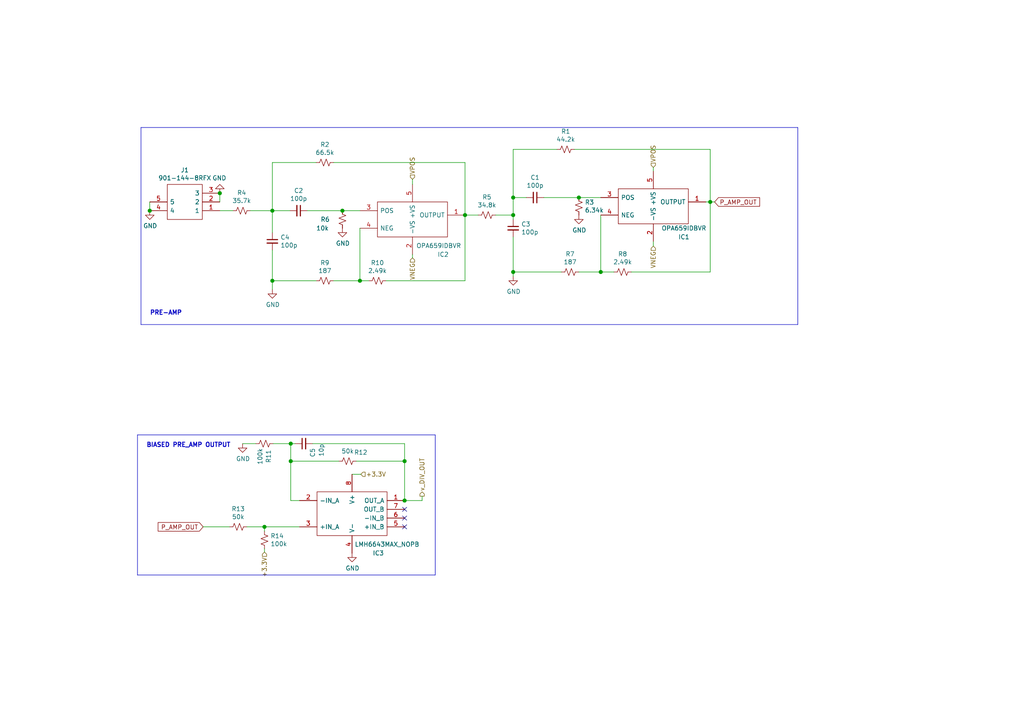
<source format=kicad_sch>
(kicad_sch (version 20200828) (generator eeschema)
  (page 3 6)
  (paper "A4")
  (title_block (title "90 - 150KHz 40dB band pass pre-amp"))
  (lib_symbols
    (symbol "Device:C_Small" (pin_numbers hide) (pin_names (offset 0.254) hide)
      (property "Reference" "C" (at 0.254 1.778 0))
      (property "Value" "C_Small" (at 0.254 -2.032 0))
      (symbol "C_Small_0_1"
        (polyline (pts (xy -1.524 -0.508) (xy 1.524 -0.508)) (stroke (width 0.3302)))
        (polyline (pts (xy -1.524 0.508) (xy 1.524 0.508)) (stroke (width 0.3048)))
      )
      (symbol "C_Small_1_1"
        (pin passive line (at 0 2.54 270) (length 2.032) (name "~") (number "1"))
        (pin passive line (at 0 -2.54 90) (length 2.032) (name "~") (number "2"))
      )
    )
    (symbol "Device:R_Small_US" (pin_numbers hide) (pin_names (offset 0.254) hide)
      (property "Reference" "R" (at 0.762 0.508 0))
      (property "Value" "R_Small_US" (at 0.762 -1.016 0))
      (symbol "R_Small_US_1_1"
        (polyline (pts (xy 0 0) (xy 1.016 -0.381) (xy 0 -0.762) (xy -1.016 -1.143) (xy 0 -1.524)))
        (polyline (pts (xy 0 1.524) (xy 1.016 1.143) (xy 0 0.762) (xy -1.016 0.381) (xy 0 0)))
        (pin passive line (at 0 2.54 270) (length 1.016) (name "~") (number "1"))
        (pin passive line (at 0 -2.54 90) (length 1.016) (name "~") (number "2"))
      )
    )
    (symbol "SamacSys_Parts:901-144-8RFX" (pin_names (offset 0.762))
      (property "Reference" "J" (at 16.51 7.62 0))
      (property "Value" "901-144-8RFX" (at 16.51 5.08 0))
      (symbol "901-144-8RFX_0_1"
        (polyline (pts (xy 5.08 2.54) (xy 15.24 2.54) (xy 15.24 -7.62) (xy 5.08 -7.62) (xy 5.08 2.54)) (stroke (width 0.1524)))
      )
      (symbol "901-144-8RFX_0_0"
        (pin passive line (at 0 0 0) (length 5.08) (name "1") (number "1"))
        (pin passive line (at 0 -2.54 0) (length 5.08) (name "2") (number "2"))
        (pin passive line (at 0 -5.08 0) (length 5.08) (name "3") (number "3"))
        (pin passive line (at 20.32 0 180) (length 5.08) (name "4") (number "4"))
        (pin passive line (at 20.32 -2.54 180) (length 5.08) (name "5") (number "5"))
      )
    )
    (symbol "SamacSys_Parts:LMH6643MAX_NOPB" (pin_names (offset 0.762))
      (property "Reference" "IC" (at 26.67 7.62 0))
      (property "Value" "LMH6643MAX_NOPB" (at 26.67 5.08 0))
      (symbol "LMH6643MAX_NOPB_0_1"
        (polyline (pts (xy 5.08 2.54) (xy 25.4 2.54) (xy 25.4 -10.16) (xy 5.08 -10.16) (xy 5.08 2.54)) (stroke (width 0.1524)))
      )
      (symbol "LMH6643MAX_NOPB_0_0"
        (pin unspecified line (at 30.48 0 180) (length 5.08) (name "OUT_A") (number "1"))
        (pin unspecified line (at 0 0 0) (length 5.08) (name "-IN_A") (number "2"))
        (pin unspecified line (at 0 -7.62 0) (length 5.08) (name "+IN_A") (number "3"))
        (pin unspecified line (at 15.24 -15.24 90) (length 5.08) (name "V-") (number "4"))
        (pin unspecified line (at 30.48 -7.62 180) (length 5.08) (name "+IN_B") (number "5"))
        (pin unspecified line (at 30.48 -5.08 180) (length 5.08) (name "-IN_B") (number "6"))
        (pin unspecified line (at 30.48 -2.54 180) (length 5.08) (name "OUT_B") (number "7"))
        (pin unspecified line (at 15.24 7.62 270) (length 5.08) (name "V+") (number "8"))
      )
    )
    (symbol "SamacSys_Parts:OPA659IDBVR" (pin_names (offset 0.762))
      (property "Reference" "IC" (at 26.67 7.62 0))
      (property "Value" "OPA659IDBVR" (at 26.67 5.08 0))
      (symbol "OPA659IDBVR_0_1"
        (polyline (pts (xy 5.08 2.54) (xy 25.4 2.54) (xy 25.4 -7.62) (xy 5.08 -7.62) (xy 5.08 2.54)) (stroke (width 0.1524)))
      )
      (symbol "OPA659IDBVR_0_0"
        (pin passive line (at 30.48 -1.27 180) (length 5.08) (name "OUTPUT") (number "1"))
        (pin passive line (at 15.24 -12.7 90) (length 5.08) (name "-VS") (number "2"))
        (pin passive line (at 0 0 0) (length 5.08) (name "POS") (number "3"))
        (pin passive line (at 0 -5.08 0) (length 5.08) (name "NEG") (number "4"))
        (pin passive line (at 15.24 7.62 270) (length 5.08) (name "+VS") (number "5"))
      )
    )
    (symbol "power:GND" (power) (pin_names (offset 0))
      (property "Value" "GND" (at 0 -3.81 0))
      (symbol "GND_0_1"
        (polyline (pts (xy 0 0) (xy 0 -1.27) (xy 1.27 -1.27) (xy 0 -2.54) (xy -1.27 -1.27) (xy 0 -1.27)))
      )
      (symbol "GND_1_1"
        (pin power_in line (at 0 0 270) (length 0) hide (name "GND") (number "1"))
      )
    )
  )
  (junction (at 43.434 61.1124) (diameter 1.016))
  (junction (at 63.754 56.0324) (diameter 1.016))
  (junction (at 76.708 152.8064) (diameter 1.016))
  (junction (at 78.994 61.1124) (diameter 1.016))
  (junction (at 78.994 81.4324) (diameter 1.016))
  (junction (at 84.328 128.6764) (diameter 1.016))
  (junction (at 84.328 133.7564) (diameter 1.016))
  (junction (at 99.314 61.1124) (diameter 1.016))
  (junction (at 104.394 81.4324) (diameter 1.016))
  (junction (at 117.348 133.7564) (diameter 1.016))
  (junction (at 117.348 145.1864) (diameter 1.016))
  (junction (at 134.874 62.3824) (diameter 1.016))
  (junction (at 148.844 57.3024) (diameter 1.016))
  (junction (at 148.844 62.3824) (diameter 1.016))
  (junction (at 148.844 78.8924) (diameter 1.016))
  (junction (at 167.894 57.3024) (diameter 1.016))
  (junction (at 174.244 78.8924) (diameter 1.016))
  (junction (at 205.994 58.5724) (diameter 1.016))
  (no_connect (at 117.348 147.7264))
  (no_connect (at 117.348 150.2664))
  (no_connect (at 117.348 152.8064))
  (wire (pts (xy 43.434 58.5724) (xy 43.434 61.1124)))
  (wire (pts (xy 63.754 56.0324) (xy 63.754 58.5724)))
  (wire (pts (xy 63.754 61.1124) (xy 67.564 61.1124)))
  (wire (pts (xy 66.548 152.8064) (xy 58.928 152.8064)))
  (wire (pts (xy 71.628 152.8064) (xy 76.708 152.8064)))
  (wire (pts (xy 72.644 61.1124) (xy 78.994 61.1124)))
  (wire (pts (xy 74.168 128.6764) (xy 70.358 128.6764)))
  (wire (pts (xy 76.708 152.8064) (xy 76.708 154.0764)))
  (wire (pts (xy 76.708 159.1564) (xy 76.708 160.1216)))
  (wire (pts (xy 78.994 47.1424) (xy 78.994 61.1124)))
  (wire (pts (xy 78.994 61.1124) (xy 78.994 67.4624)))
  (wire (pts (xy 78.994 61.1124) (xy 84.074 61.1124)))
  (wire (pts (xy 78.994 72.5424) (xy 78.994 81.4324)))
  (wire (pts (xy 78.994 81.4324) (xy 78.994 83.9724)))
  (wire (pts (xy 79.248 128.6764) (xy 84.328 128.6764)))
  (wire (pts (xy 84.328 128.6764) (xy 84.328 133.7564)))
  (wire (pts (xy 84.328 128.6764) (xy 85.598 128.6764)))
  (wire (pts (xy 84.328 133.7564) (xy 84.328 145.1864)))
  (wire (pts (xy 84.328 145.1864) (xy 86.868 145.1864)))
  (wire (pts (xy 86.868 152.8064) (xy 76.708 152.8064)))
  (wire (pts (xy 89.154 61.1124) (xy 99.314 61.1124)))
  (wire (pts (xy 90.678 128.6764) (xy 117.348 128.6764)))
  (wire (pts (xy 91.694 47.1424) (xy 78.994 47.1424)))
  (wire (pts (xy 91.694 81.4324) (xy 78.994 81.4324)))
  (wire (pts (xy 96.774 47.1424) (xy 134.874 47.1424)))
  (wire (pts (xy 96.774 81.4324) (xy 104.394 81.4324)))
  (wire (pts (xy 98.298 133.7564) (xy 84.328 133.7564)))
  (wire (pts (xy 99.314 61.1124) (xy 104.394 61.1124)))
  (wire (pts (xy 102.108 137.5664) (xy 104.648 137.5664)))
  (wire (pts (xy 103.378 133.7564) (xy 117.348 133.7564)))
  (wire (pts (xy 104.394 66.1924) (xy 104.394 81.4324)))
  (wire (pts (xy 104.394 81.4324) (xy 106.934 81.4324)))
  (wire (pts (xy 112.014 81.4324) (xy 134.874 81.4324)))
  (wire (pts (xy 117.348 128.6764) (xy 117.348 133.7564)))
  (wire (pts (xy 117.348 133.7564) (xy 117.348 145.1864)))
  (wire (pts (xy 119.634 52.0192) (xy 119.634 53.4924)))
  (wire (pts (xy 119.634 73.8124) (xy 119.634 74.7776)))
  (wire (pts (xy 122.428 143.9164) (xy 122.428 145.1864)))
  (wire (pts (xy 122.428 145.1864) (xy 117.348 145.1864)))
  (wire (pts (xy 134.874 47.1424) (xy 134.874 62.3824)))
  (wire (pts (xy 134.874 81.4324) (xy 134.874 62.3824)))
  (wire (pts (xy 138.684 62.3824) (xy 134.874 62.3824)))
  (wire (pts (xy 143.764 62.3824) (xy 148.844 62.3824)))
  (wire (pts (xy 148.844 43.3324) (xy 148.844 57.3024)))
  (wire (pts (xy 148.844 57.3024) (xy 148.844 62.3824)))
  (wire (pts (xy 148.844 62.3824) (xy 148.844 63.6524)))
  (wire (pts (xy 148.844 68.7324) (xy 148.844 78.8924)))
  (wire (pts (xy 148.844 78.8924) (xy 148.844 80.1624)))
  (wire (pts (xy 148.844 78.8924) (xy 162.814 78.8924)))
  (wire (pts (xy 152.654 57.3024) (xy 148.844 57.3024)))
  (wire (pts (xy 157.734 57.3024) (xy 167.894 57.3024)))
  (wire (pts (xy 161.544 43.3324) (xy 148.844 43.3324)))
  (wire (pts (xy 166.624 43.3324) (xy 205.994 43.3324)))
  (wire (pts (xy 167.894 57.3024) (xy 174.244 57.3024)))
  (wire (pts (xy 167.894 78.8924) (xy 174.244 78.8924)))
  (wire (pts (xy 174.244 62.3824) (xy 174.244 78.8924)))
  (wire (pts (xy 174.244 78.8924) (xy 178.054 78.8924)))
  (wire (pts (xy 183.134 78.8924) (xy 205.994 78.8924)))
  (wire (pts (xy 189.484 48.5648) (xy 189.484 49.6824)))
  (wire (pts (xy 189.484 70.0024) (xy 189.484 71.374)))
  (wire (pts (xy 204.724 58.5724) (xy 205.994 58.5724)))
  (wire (pts (xy 205.994 43.3324) (xy 205.994 58.5724)))
  (wire (pts (xy 205.994 58.5724) (xy 207.264 58.5724)))
  (wire (pts (xy 205.994 78.8924) (xy 205.994 58.5724)))
  (polyline (pts (xy 39.878 126.1364) (xy 39.878 166.7764)) (stroke (width 0) (type solid)))
  (polyline (pts (xy 39.878 166.7764) (xy 126.238 166.7764)) (stroke (width 0) (type solid)))
  (polyline (pts (xy 40.894 36.9824) (xy 40.894 94.1324)) (stroke (width 0) (type solid)))
  (polyline (pts (xy 40.894 94.1324) (xy 231.394 94.1324)) (stroke (width 0) (type solid)))
  (polyline (pts (xy 126.238 126.1364) (xy 39.878 126.1364)) (stroke (width 0) (type solid)))
  (polyline (pts (xy 126.238 166.7764) (xy 126.238 126.1364)) (stroke (width 0) (type solid)))
  (polyline (pts (xy 231.394 36.9824) (xy 40.894 36.9824)) (stroke (width 0) (type solid)))
  (polyline (pts (xy 231.394 94.1324) (xy 231.394 36.9824)) (stroke (width 0) (type solid)))
  (text "BIASED PRE_AMP OUTPUT" (at 42.418 129.9464 0) (effects (font (size 1.27 1.27) (thickness 0.254) bold) (justify left bottom)))
  (text "PRE-AMP\n" (at 43.434 91.5924 0) (effects (font (size 1.27 1.27) (thickness 0.254) bold) (justify left bottom)))
  (global_label "P_AMP_OUT" (shape input) (at 58.928 152.8064 180))
  (global_label "P_AMP_OUT" (shape input) (at 207.264 58.5724 0))
  (hierarchical_label "+3.3V" (shape input) (at 76.708 160.1216 270))
  (hierarchical_label "+3.3V" (shape input) (at 104.648 137.5664 0))
  (hierarchical_label "VPOS" (shape input) (at 119.634 52.0192 90))
  (hierarchical_label "VNEG" (shape input) (at 119.634 74.7776 270))
  (hierarchical_label "v_DIV_OUT" (shape output) (at 122.428 143.9164 90))
  (hierarchical_label "VPOS" (shape input) (at 189.484 48.5648 90))
  (hierarchical_label "VNEG" (shape input) (at 189.484 71.374 270))
  (symbol (lib_id "power:GND") (at 43.434 61.1124 0) (unit 1)
    (property "Reference" "#PWR0105" (effects hide))
    (property "Value" "GND" (at 43.561 65.5066 0))
  )
  (symbol (lib_id "power:GND") (at 63.754 56.0324 180) (unit 1)
    (property "Reference" "#PWR0106" (effects hide))
    (property "Value" "GND" (at 63.627 51.6382 0))
  )
  (symbol (lib_id "power:GND") (at 70.358 128.6764 0) (unit 1)
    (property "Reference" "#PWR0101" (effects hide))
    (property "Value" "GND" (at 70.485 133.0706 0))
  )
  (symbol (lib_id "power:GND") (at 78.994 83.9724 0) (unit 1)
    (property "Reference" "#PWR0107" (effects hide))
    (property "Value" "GND" (at 79.121 88.3666 0))
  )
  (symbol (lib_id "power:GND") (at 99.314 66.1924 0) (unit 1)
    (property "Reference" "#PWR0104" (effects hide))
    (property "Value" "GND" (at 99.441 70.5866 0))
  )
  (symbol (lib_id "power:GND") (at 102.108 160.4264 0) (unit 1)
    (property "Reference" "#PWR0102" (effects hide))
    (property "Value" "GND" (at 102.235 164.8206 0))
  )
  (symbol (lib_id "power:GND") (at 148.844 80.1624 0) (unit 1)
    (property "Reference" "#PWR0103" (effects hide))
    (property "Value" "GND" (at 148.971 84.5566 0))
  )
  (symbol (lib_id "power:GND") (at 167.894 62.3824 0) (unit 1)
    (property "Reference" "#PWR0108" (effects hide))
    (property "Value" "GND" (at 168.021 66.7766 0))
  )
  (symbol (lib_id "Device:R_Small_US") (at 69.088 152.8064 270) (unit 1)
    (property "Reference" "R13" (at 69.088 147.5994 90))
    (property "Value" "50k" (at 69.088 149.9108 90))
    (property "Footprint" "Resistor_SMD:R_0603_1608Metric" (effects hide))
  )
  (symbol (lib_id "Device:R_Small_US") (at 70.104 61.1124 270) (unit 1)
    (property "Reference" "R4" (at 70.104 55.9054 90))
    (property "Value" "35.7k" (at 70.104 58.2168 90))
    (property "Footprint" "Resistor_SMD:R_0402_1005Metric" (effects hide))
  )
  (symbol (lib_id "Device:R_Small_US") (at 76.708 128.6764 90) (unit 1)
    (property "Reference" "R11" (at 77.8764 130.4036 0) (effects (justify right)))
    (property "Value" "100k" (at 75.438 129.9464 0) (effects (justify right)))
    (property "Footprint" "Resistor_SMD:R_0603_1608Metric" (effects hide))
  )
  (symbol (lib_id "Device:R_Small_US") (at 76.708 156.6164 180) (unit 1)
    (property "Reference" "R14" (at 78.4352 155.448 0) (effects (justify right)))
    (property "Value" "100k" (at 78.4352 157.7594 0) (effects (justify right)))
    (property "Footprint" "Resistor_SMD:R_0603_1608Metric" (effects hide))
  )
  (symbol (lib_id "Device:R_Small_US") (at 94.234 47.1424 270) (unit 1)
    (property "Reference" "R2" (at 94.234 41.9354 90))
    (property "Value" "66.5k" (at 94.234 44.2468 90))
    (property "Footprint" "Resistor_SMD:R_0402_1005Metric" (effects hide))
  )
  (symbol (lib_id "Device:R_Small_US") (at 94.234 81.4324 270) (unit 1)
    (property "Reference" "R9" (at 94.234 76.2254 90))
    (property "Value" "187" (at 94.234 78.5368 90))
    (property "Footprint" "Resistor_SMD:R_0402_1005Metric" (effects hide))
  )
  (symbol (lib_id "Device:R_Small_US") (at 99.314 63.6524 180) (unit 1)
    (property "Reference" "R6" (at 92.964 63.6524 0) (effects (justify right)))
    (property "Value" "10k" (at 91.694 66.1924 0) (effects (justify right)))
    (property "Footprint" "Resistor_SMD:R_0402_1005Metric" (effects hide))
  )
  (symbol (lib_id "Device:R_Small_US") (at 100.838 133.7564 270) (unit 1)
    (property "Reference" "R12" (at 104.648 131.2164 90))
    (property "Value" "50k" (at 100.838 130.8608 90))
    (property "Footprint" "Resistor_SMD:R_0603_1608Metric" (effects hide))
  )
  (symbol (lib_id "Device:R_Small_US") (at 109.474 81.4324 270) (unit 1)
    (property "Reference" "R10" (at 109.474 76.2254 90))
    (property "Value" "2.49k" (at 109.474 78.5368 90))
    (property "Footprint" "Resistor_SMD:R_0402_1005Metric" (effects hide))
  )
  (symbol (lib_id "Device:R_Small_US") (at 141.224 62.3824 270) (unit 1)
    (property "Reference" "R5" (at 141.224 57.1754 90))
    (property "Value" "34.8k" (at 141.224 59.4868 90))
    (property "Footprint" "Resistor_SMD:R_0402_1005Metric" (effects hide))
  )
  (symbol (lib_id "Device:R_Small_US") (at 164.084 43.3324 270) (unit 1)
    (property "Reference" "R1" (at 164.084 38.1254 90))
    (property "Value" "44.2k" (at 164.084 40.4368 90))
    (property "Footprint" "Resistor_SMD:R_0402_1005Metric" (effects hide))
  )
  (symbol (lib_id "Device:R_Small_US") (at 165.354 78.8924 270) (unit 1)
    (property "Reference" "R7" (at 165.354 73.6854 90))
    (property "Value" "187" (at 165.354 75.9968 90))
    (property "Footprint" "Resistor_SMD:R_0402_1005Metric" (effects hide))
  )
  (symbol (lib_id "Device:R_Small_US") (at 167.894 59.8424 180) (unit 1)
    (property "Reference" "R3" (at 169.6212 58.674 0) (effects (justify right)))
    (property "Value" "6.34k" (at 169.6212 60.9854 0) (effects (justify right)))
    (property "Footprint" "Resistor_SMD:R_0402_1005Metric" (effects hide))
  )
  (symbol (lib_id "Device:R_Small_US") (at 180.594 78.8924 270) (unit 1)
    (property "Reference" "R8" (at 180.594 73.6854 90))
    (property "Value" "2.49k" (at 180.594 75.9968 90))
    (property "Footprint" "Resistor_SMD:R_0402_1005Metric" (effects hide))
  )
  (symbol (lib_id "Device:C_Small") (at 78.994 70.0024 0) (unit 1)
    (property "Reference" "C4" (at 81.3308 68.834 0) (effects (justify left)))
    (property "Value" "100p" (at 81.3308 71.1454 0) (effects (justify left)))
    (property "Footprint" "Capacitor_SMD:C_0402_1005Metric" (effects hide))
  )
  (symbol (lib_id "Device:C_Small") (at 86.614 61.1124 270) (unit 1)
    (property "Reference" "C2" (at 86.614 55.2958 90))
    (property "Value" "100p" (at 86.614 57.6072 90))
    (property "Footprint" "Capacitor_SMD:C_0402_1005Metric" (effects hide))
  )
  (symbol (lib_id "Device:C_Small") (at 88.138 128.6764 90) (unit 1)
    (property "Reference" "C5" (at 90.678 129.9464 0) (effects (justify right)))
    (property "Value" "10p" (at 93.218 128.6764 0) (effects (justify right)))
    (property "Footprint" "Capacitor_SMD:C_0402_1005Metric" (effects hide))
  )
  (symbol (lib_id "Device:C_Small") (at 148.844 66.1924 0) (unit 1)
    (property "Reference" "C3" (at 151.1808 65.024 0) (effects (justify left)))
    (property "Value" "100p" (at 151.1808 67.3354 0) (effects (justify left)))
    (property "Footprint" "Capacitor_SMD:C_0402_1005Metric" (effects hide))
  )
  (symbol (lib_id "Device:C_Small") (at 155.194 57.3024 270) (unit 1)
    (property "Reference" "C1" (at 155.194 51.4858 90))
    (property "Value" "100p" (at 155.194 53.7972 90))
    (property "Footprint" "Capacitor_SMD:C_0402_1005Metric" (effects hide))
  )
  (symbol (lib_id "SamacSys_Parts:901-144-8RFX") (at 63.754 61.1124 180) (unit 1)
    (property "Reference" "J1" (at 53.594 49.333 0))
    (property "Value" "901-144-8RFX" (at 53.594 51.6317 0))
    (property "Footprint" "9011448RFX" (effects hide))
    (property "Datasheet" "https://componentsearchengine.com/Datasheets/1/901-144-8RFX.pdf" (effects hide))
    (property "Description" "AMPHENOL RF - 901-144-8RFX - RF / Coaxial Connector, SMA Coaxial, Straight Jack, Solder, 50 ohm, Beryllium Copper" (effects hide))
    (property "Height" "9.53" (effects hide))
    (property "Manufacturer_Name" "Amphenol" (effects hide))
    (property "Manufacturer_Part_Number" "901-144-8RFX" (effects hide))
    (property "Arrow Part Number" "901-144-8RFX" (effects hide))
    (property "Arrow Price/Stock" "https://www.arrow.com/en/products/901-144-8rfx/amphenol-rf" (effects hide))
    (property "Mouser Part Number" "523-901-144-8RFX" (effects hide))
    (property "Mouser Price/Stock" "https://www.mouser.co.uk/ProductDetail/Amphenol-RF/901-144-8RFX?qs=jpOL8GWAqat%252BbPjbt8toTg%3D%3D" (effects hide))
  )
  (symbol (lib_id "SamacSys_Parts:OPA659IDBVR") (at 104.394 61.1124 0) (unit 1)
    (property "Reference" "IC2" (at 128.524 73.8124 0))
    (property "Value" "OPA659IDBVR" (at 127.254 71.2724 0))
    (property "Footprint" "SamacSys_Parts:SOT95P280X145-5N" (effects hide))
    (property "Description" "Wideband, Unity-Gain Stable, JFET-Input OPERATIONAL AMPLIFIER" (effects hide))
    (property "Manufacturer_Name" "Texas Instruments" (effects hide))
    (property "Manufacturer_Part_Number" "OPA659IDBVR" (effects hide))
    (property "Arrow Part Number" "OPA659IDBVR" (effects hide))
    (property "Arrow Price/Stock" "https://www.arrow.com/en/products/opa659idbvr/texas-instruments" (effects hide))
    (property "Mouser Part Number" "595-OPA659IDBVR" (effects hide))
    (property "Mouser Price/Stock" "https://www.mouser.com/Search/Refine.aspx?Keyword=595-OPA659IDBVR" (effects hide))
  )
  (symbol (lib_id "SamacSys_Parts:OPA659IDBVR") (at 174.244 57.3024 0) (unit 1)
    (property "Reference" "IC1" (at 198.374 68.7324 0))
    (property "Value" "OPA659IDBVR" (at 198.374 66.1924 0))
    (property "Footprint" "SamacSys_Parts:SOT95P280X145-5N" (effects hide))
    (property "Description" "Wideband, Unity-Gain Stable, JFET-Input OPERATIONAL AMPLIFIER" (effects hide))
    (property "Manufacturer_Name" "Texas Instruments" (effects hide))
    (property "Manufacturer_Part_Number" "OPA659IDBVR" (effects hide))
    (property "Arrow Part Number" "OPA659IDBVR" (effects hide))
    (property "Arrow Price/Stock" "https://www.arrow.com/en/products/opa659idbvr/texas-instruments" (effects hide))
    (property "Mouser Part Number" "595-OPA659IDBVR" (effects hide))
    (property "Mouser Price/Stock" "https://www.mouser.com/Search/Refine.aspx?Keyword=595-OPA659IDBVR" (effects hide))
  )
  (symbol (lib_id "SamacSys_Parts:LMH6643MAX_NOPB") (at 86.868 145.1864 0) (unit 1)
    (property "Reference" "IC3" (at 109.728 160.4264 0))
    (property "Value" "LMH6643MAX_NOPB" (at 112.268 157.8864 0))
    (property "Footprint" "SamacSys_Parts:SOIC127P600X175-8N" (effects hide))
    (property "Datasheet" "http://www.ti.com/lit/gpn/lmh6643" (effects hide))
    (property "Description" "Dual Channel, Low Power, 130MHz, 75mA Rail-to-Rail Output Amplifier" (effects hide))
    (property "Height" "1.75" (effects hide))
    (property "Manufacturer_Name" "Texas Instruments" (effects hide))
    (property "Manufacturer_Part_Number" "LMH6643MAX/NOPB" (effects hide))
    (property "Mouser Part Number" "926-LMH6643MAX/NOPB" (effects hide))
    (property "Mouser Price/Stock" "https://www.mouser.com/Search/Refine.aspx?Keyword=926-LMH6643MAX%2FNOPB" (effects hide))
  )
)
</source>
